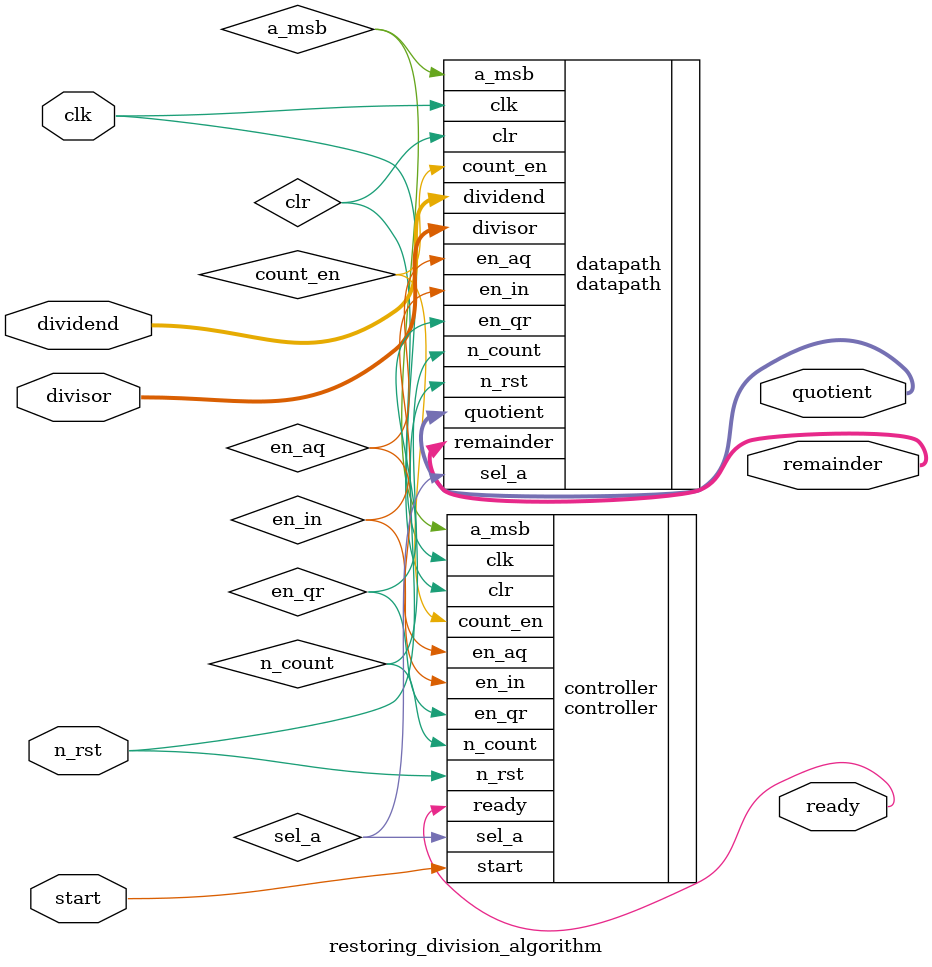
<source format=sv>
module restoring_division_algorithm (
    input logic [WIDTH-1:0] divisor,
    input logic [WIDTH-1:0] dividend,
    
    input logic clk, n_rst,
    input logic start,

    output logic ready,
    output logic [WIDTH-1:0] quotient,
    output logic [WIDTH-1:0] remainder
);

localparam WIDTH = 16;

logic en_aq, en_in, sel_a, count_en, clr, en_qr ;
logic a_msb, n_count;

datapath datapath (
    .clk(clk), .n_rst(n_rst),

    // inputs
    .divisor(divisor), .dividend(dividend),

    // controller -> datapath
    .en_in(en_in), .en_aq(en_aq), .sel_a(sel_a),
    .count_en(count_en), .clr(clr), .en_qr(en_qr),

    // datapath --> controller
    .a_msb(a_msb), .n_count(n_count),

    // outputs
    .quotient(quotient), .remainder(remainder)
);

controller controller (
    .clk(clk), .n_rst(n_rst),

    // input 
    .start(start),

    // controller -> datapath
    .en_in(en_in), .en_aq(en_aq), .sel_a(sel_a),
    .count_en(count_en), .clr(clr), .en_qr(en_qr),

    // datapath --> controller
    .a_msb(a_msb), .n_count(n_count),

    // output
    .ready(ready)
);
    
endmodule
</source>
